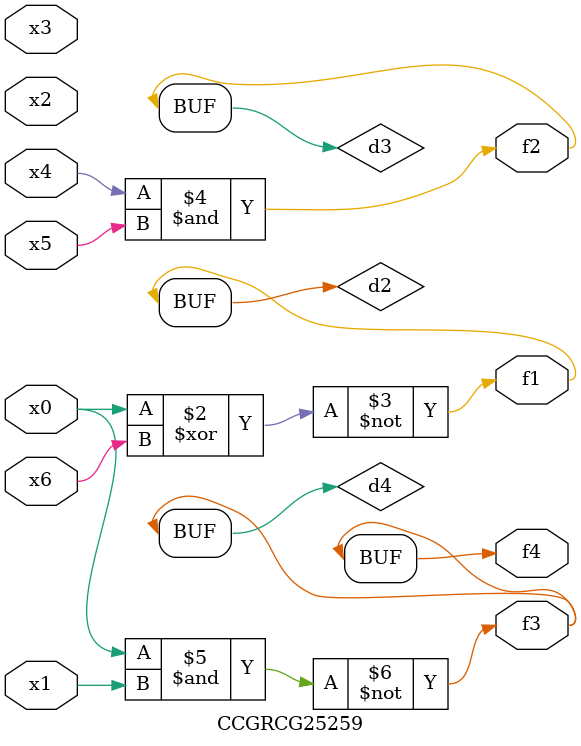
<source format=v>
module CCGRCG25259(
	input x0, x1, x2, x3, x4, x5, x6,
	output f1, f2, f3, f4
);

	wire d1, d2, d3, d4;

	nor (d1, x0);
	xnor (d2, x0, x6);
	and (d3, x4, x5);
	nand (d4, x0, x1);
	assign f1 = d2;
	assign f2 = d3;
	assign f3 = d4;
	assign f4 = d4;
endmodule

</source>
